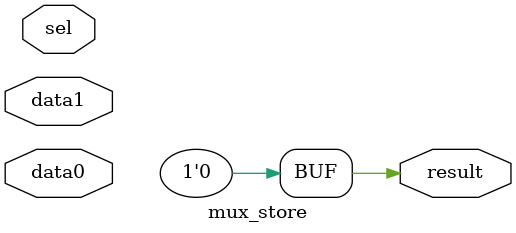
<source format=v>
module mux_store(	// file.cleaned.mlir:2:3
  input  data0,	// file.cleaned.mlir:2:27
         data1,	// file.cleaned.mlir:2:43
         sel,	// file.cleaned.mlir:2:59
  output result	// file.cleaned.mlir:2:74
);

  assign result = 1'h0;	// file.cleaned.mlir:3:14, :4:5
endmodule


</source>
